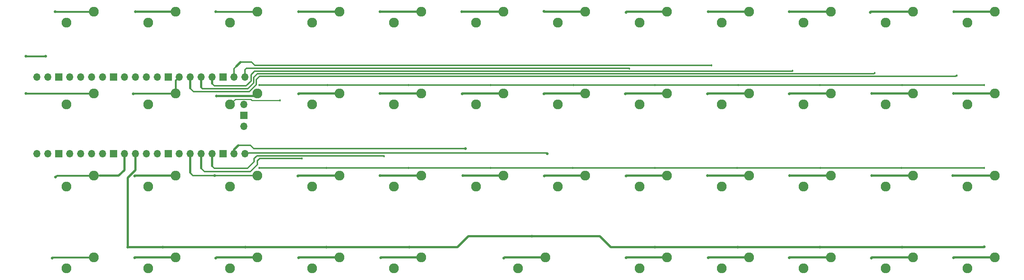
<source format=gbr>
%TF.GenerationSoftware,KiCad,Pcbnew,(6.0.11)*%
%TF.CreationDate,2023-04-14T22:13:07-06:00*%
%TF.ProjectId,JL Planck,4a4c2050-6c61-46e6-936b-2e6b69636164,rev?*%
%TF.SameCoordinates,Original*%
%TF.FileFunction,Copper,L1,Top*%
%TF.FilePolarity,Positive*%
%FSLAX46Y46*%
G04 Gerber Fmt 4.6, Leading zero omitted, Abs format (unit mm)*
G04 Created by KiCad (PCBNEW (6.0.11)) date 2023-04-14 22:13:07*
%MOMM*%
%LPD*%
G01*
G04 APERTURE LIST*
%TA.AperFunction,ComponentPad*%
%ADD10C,2.286000*%
%TD*%
%TA.AperFunction,ComponentPad*%
%ADD11O,1.700000X1.700000*%
%TD*%
%TA.AperFunction,ComponentPad*%
%ADD12R,1.700000X1.700000*%
%TD*%
%TA.AperFunction,ViaPad*%
%ADD13C,0.457200*%
%TD*%
%TA.AperFunction,ViaPad*%
%ADD14C,0.635000*%
%TD*%
%TA.AperFunction,Conductor*%
%ADD15C,0.304800*%
%TD*%
%TA.AperFunction,Conductor*%
%ADD16C,0.254000*%
%TD*%
%TA.AperFunction,Conductor*%
%ADD17C,0.508000*%
%TD*%
%TA.AperFunction,Conductor*%
%ADD18C,0.381000*%
%TD*%
G04 APERTURE END LIST*
D10*
%TO.P,SW26,2,2*%
%TO.N,Net-(D26-Pad2)*%
X84466681Y-96909249D03*
%TO.P,SW26,1,1*%
%TO.N,COL1*%
X90816681Y-94369249D03*
%TD*%
%TO.P,SW25,2,2*%
%TO.N,Net-(D25-Pad2)*%
X65466681Y-96909249D03*
%TO.P,SW25,1,1*%
%TO.N,COL0*%
X71816681Y-94369249D03*
%TD*%
%TO.P,SW18,2,2*%
%TO.N,Net-(D18-Pad2)*%
X160466681Y-77909249D03*
%TO.P,SW18,1,1*%
%TO.N,COL5*%
X166816681Y-75369249D03*
%TD*%
%TO.P,SW44,2,2*%
%TO.N,Net-(D44-Pad2)*%
X217466681Y-115909249D03*
%TO.P,SW44,1,1*%
%TO.N,COL8*%
X223816681Y-113369249D03*
%TD*%
%TO.P,SW14,1,1*%
%TO.N,COL1*%
X90816681Y-75369249D03*
%TO.P,SW14,2,2*%
%TO.N,Net-(D14-Pad2)*%
X84466681Y-77909249D03*
%TD*%
%TO.P,SW29,2,2*%
%TO.N,Net-(D29-Pad2)*%
X141466681Y-96909249D03*
%TO.P,SW29,1,1*%
%TO.N,COL4*%
X147816681Y-94369249D03*
%TD*%
%TO.P,SW20,2,2*%
%TO.N,Net-(D20-Pad2)*%
X198466681Y-77909249D03*
%TO.P,SW20,1,1*%
%TO.N,COL7*%
X204816681Y-75369249D03*
%TD*%
%TO.P,SW23,2,2*%
%TO.N,Net-(D23-Pad2)*%
X255466681Y-77909249D03*
%TO.P,SW23,1,1*%
%TO.N,COL10*%
X261816681Y-75369249D03*
%TD*%
%TO.P,SW16,2,2*%
%TO.N,Net-(D16-Pad2)*%
X122466681Y-77909249D03*
%TO.P,SW16,1,1*%
%TO.N,COL3*%
X128816681Y-75369249D03*
%TD*%
%TO.P,SW30,2,2*%
%TO.N,Net-(D30-Pad2)*%
X160466681Y-96909249D03*
%TO.P,SW30,1,1*%
%TO.N,COL5*%
X166816681Y-94369249D03*
%TD*%
%TO.P,SW36,2,2*%
%TO.N,Net-(D36-Pad2)*%
X274466681Y-96909249D03*
%TO.P,SW36,1,1*%
%TO.N,COL11*%
X280816681Y-94369249D03*
%TD*%
%TO.P,SW42,2,2*%
%TO.N,Net-(D42-Pad2)*%
X170241681Y-115909249D03*
%TO.P,SW42,1,1*%
%TO.N,COL6*%
X176591681Y-113369249D03*
%TD*%
%TO.P,SW8,2,2*%
%TO.N,Net-(D8-Pad2)*%
X198466681Y-58909249D03*
%TO.P,SW8,1,1*%
%TO.N,COL7*%
X204816681Y-56369249D03*
%TD*%
%TO.P,SW37,2,2*%
%TO.N,Net-(D37-Pad2)*%
X65466681Y-115909249D03*
%TO.P,SW37,1,1*%
%TO.N,COL0*%
X71816681Y-113369249D03*
%TD*%
%TO.P,SW39,2,2*%
%TO.N,Net-(D39-Pad2)*%
X103466681Y-115909249D03*
%TO.P,SW39,1,1*%
%TO.N,COL2*%
X109816681Y-113369249D03*
%TD*%
%TO.P,SW34,2,2*%
%TO.N,Net-(D34-Pad2)*%
X236466681Y-96909249D03*
%TO.P,SW34,1,1*%
%TO.N,COL9*%
X242816681Y-94369249D03*
%TD*%
%TO.P,SW31,2,2*%
%TO.N,Net-(D31-Pad2)*%
X179466681Y-96909249D03*
%TO.P,SW31,1,1*%
%TO.N,COL6*%
X185816681Y-94369249D03*
%TD*%
%TO.P,SW40,2,2*%
%TO.N,Net-(D40-Pad2)*%
X122466681Y-115909249D03*
%TO.P,SW40,1,1*%
%TO.N,COL3*%
X128816681Y-113369249D03*
%TD*%
%TO.P,SW35,2,2*%
%TO.N,Net-(D35-Pad2)*%
X255466681Y-96909249D03*
%TO.P,SW35,1,1*%
%TO.N,COL10*%
X261816681Y-94369249D03*
%TD*%
%TO.P,SW38,2,2*%
%TO.N,Net-(D38-Pad2)*%
X84466681Y-115909249D03*
%TO.P,SW38,1,1*%
%TO.N,COL1*%
X90816681Y-113369249D03*
%TD*%
%TO.P,SW10,2,2*%
%TO.N,Net-(D10-Pad2)*%
X236466681Y-58909249D03*
%TO.P,SW10,1,1*%
%TO.N,COL9*%
X242816681Y-56369249D03*
%TD*%
%TO.P,SW12,2,2*%
%TO.N,Net-(D12-Pad2)*%
X274466681Y-58909249D03*
%TO.P,SW12,1,1*%
%TO.N,COL11*%
X280816681Y-56369249D03*
%TD*%
%TO.P,SW22,2,2*%
%TO.N,Net-(D22-Pad2)*%
X236466681Y-77909249D03*
%TO.P,SW22,1,1*%
%TO.N,COL9*%
X242816681Y-75369249D03*
%TD*%
%TO.P,SW6,2,2*%
%TO.N,Net-(D6-Pad2)*%
X160466681Y-58909249D03*
%TO.P,SW6,1,1*%
%TO.N,COL5*%
X166816681Y-56369249D03*
%TD*%
%TO.P,SW41,2,2*%
%TO.N,Net-(D41-Pad2)*%
X141466681Y-115909249D03*
%TO.P,SW41,1,1*%
%TO.N,COL4*%
X147816681Y-113369249D03*
%TD*%
%TO.P,SW15,2,2*%
%TO.N,Net-(D15-Pad2)*%
X103466681Y-77909249D03*
%TO.P,SW15,1,1*%
%TO.N,COL2*%
X109816681Y-75369249D03*
%TD*%
%TO.P,SW1,2,2*%
%TO.N,Net-(D1-Pad2)*%
X65466681Y-58909249D03*
%TO.P,SW1,1,1*%
%TO.N,COL0*%
X71816681Y-56369249D03*
%TD*%
%TO.P,SW13,2,2*%
%TO.N,Net-(D13-Pad2)*%
X65466681Y-77909249D03*
%TO.P,SW13,1,1*%
%TO.N,COL0*%
X71816681Y-75369249D03*
%TD*%
%TO.P,SW24,2,2*%
%TO.N,Net-(D24-Pad2)*%
X274466681Y-77909249D03*
%TO.P,SW24,1,1*%
%TO.N,COL11*%
X280816681Y-75369249D03*
%TD*%
%TO.P,SW17,2,2*%
%TO.N,Net-(D17-Pad2)*%
X141466681Y-77909249D03*
%TO.P,SW17,1,1*%
%TO.N,COL4*%
X147816681Y-75369249D03*
%TD*%
%TO.P,SW32,2,2*%
%TO.N,Net-(D32-Pad2)*%
X198466681Y-96909249D03*
%TO.P,SW32,1,1*%
%TO.N,COL7*%
X204816681Y-94369249D03*
%TD*%
%TO.P,SW7,2,2*%
%TO.N,Net-(D7-Pad2)*%
X179466681Y-58909249D03*
%TO.P,SW7,1,1*%
%TO.N,COL6*%
X185816681Y-56369249D03*
%TD*%
%TO.P,SW3,2,2*%
%TO.N,Net-(D3-Pad2)*%
X103466681Y-58909249D03*
%TO.P,SW3,1,1*%
%TO.N,COL2*%
X109816681Y-56369249D03*
%TD*%
%TO.P,SW27,2,2*%
%TO.N,Net-(D27-Pad2)*%
X103466681Y-96909249D03*
%TO.P,SW27,1,1*%
%TO.N,COL2*%
X109816681Y-94369249D03*
%TD*%
%TO.P,SW21,2,2*%
%TO.N,Net-(D21-Pad2)*%
X217466681Y-77909249D03*
%TO.P,SW21,1,1*%
%TO.N,COL8*%
X223816681Y-75369249D03*
%TD*%
%TO.P,SW5,2,2*%
%TO.N,Net-(D5-Pad2)*%
X141466681Y-58909249D03*
%TO.P,SW5,1,1*%
%TO.N,COL4*%
X147816681Y-56369249D03*
%TD*%
%TO.P,SW28,2,2*%
%TO.N,Net-(D28-Pad2)*%
X122466681Y-96909249D03*
%TO.P,SW28,1,1*%
%TO.N,COL3*%
X128816681Y-94369249D03*
%TD*%
%TO.P,SW19,2,2*%
%TO.N,Net-(D19-Pad2)*%
X179466681Y-77909249D03*
%TO.P,SW19,1,1*%
%TO.N,COL6*%
X185816681Y-75369249D03*
%TD*%
%TO.P,SW43,2,2*%
%TO.N,Net-(D43-Pad2)*%
X198466681Y-115909249D03*
%TO.P,SW43,1,1*%
%TO.N,COL7*%
X204816681Y-113369249D03*
%TD*%
%TO.P,SW46,2,2*%
%TO.N,Net-(D46-Pad2)*%
X255466681Y-115909249D03*
%TO.P,SW46,1,1*%
%TO.N,COL10*%
X261816681Y-113369249D03*
%TD*%
%TO.P,SW47,2,2*%
%TO.N,Net-(D47-Pad2)*%
X274466681Y-115909249D03*
%TO.P,SW47,1,1*%
%TO.N,COL11*%
X280816681Y-113369249D03*
%TD*%
%TO.P,SW33,2,2*%
%TO.N,Net-(D33-Pad2)*%
X217466681Y-96909249D03*
%TO.P,SW33,1,1*%
%TO.N,COL8*%
X223816681Y-94369249D03*
%TD*%
%TO.P,SW45,2,2*%
%TO.N,Net-(D45-Pad2)*%
X236466681Y-115909249D03*
%TO.P,SW45,1,1*%
%TO.N,COL9*%
X242816681Y-113369249D03*
%TD*%
%TO.P,SW9,2,2*%
%TO.N,Net-(D9-Pad2)*%
X217466681Y-58909249D03*
%TO.P,SW9,1,1*%
%TO.N,COL8*%
X223816681Y-56369249D03*
%TD*%
%TO.P,SW4,2,2*%
%TO.N,Net-(D4-Pad2)*%
X122466681Y-58909249D03*
%TO.P,SW4,1,1*%
%TO.N,COL3*%
X128816681Y-56369249D03*
%TD*%
%TO.P,SW2,2,2*%
%TO.N,Net-(D2-Pad2)*%
X84466681Y-58909249D03*
%TO.P,SW2,1,1*%
%TO.N,COL1*%
X90816681Y-56369249D03*
%TD*%
%TO.P,SW11,2,2*%
%TO.N,Net-(D11-Pad2)*%
X255466681Y-58909249D03*
%TO.P,SW11,1,1*%
%TO.N,COL10*%
X261816681Y-56369249D03*
%TD*%
D11*
%TO.P,U1,43,SWDIO*%
%TO.N,unconnected-(U1-Pad43)*%
X106638681Y-82912249D03*
D12*
%TO.P,U1,42,GND*%
%TO.N,unconnected-(U1-Pad42)*%
X106638681Y-80372249D03*
D11*
%TO.P,U1,41,SWCLK*%
%TO.N,unconnected-(U1-Pad41)*%
X106638681Y-77832249D03*
%TO.P,U1,40,VBUS*%
%TO.N,unconnected-(U1-Pad40)*%
X58608681Y-89262249D03*
%TO.P,U1,39,VSYS*%
%TO.N,unconnected-(U1-Pad39)*%
X61148681Y-89262249D03*
D12*
%TO.P,U1,38,GND*%
%TO.N,unconnected-(U1-Pad38)*%
X63688681Y-89262249D03*
D11*
%TO.P,U1,37,3V3_EN*%
%TO.N,unconnected-(U1-Pad37)*%
X66228681Y-89262249D03*
%TO.P,U1,36,3V3*%
%TO.N,unconnected-(U1-Pad36)*%
X68768681Y-89262249D03*
%TO.P,U1,35,ADC_VREF*%
%TO.N,unconnected-(U1-Pad35)*%
X71308681Y-89262249D03*
%TO.P,U1,34,GPIO28_ADC2*%
%TO.N,ROW2*%
X73848681Y-89262249D03*
D12*
%TO.P,U1,33,AGND*%
%TO.N,unconnected-(U1-Pad33)*%
X76388681Y-89262249D03*
D11*
%TO.P,U1,32,GPIO27_ADC1*%
%TO.N,COL0*%
X78928681Y-89262249D03*
%TO.P,U1,31,GPIO26_ADC0*%
%TO.N,ROW3*%
X81468681Y-89262249D03*
%TO.P,U1,30,RUN*%
%TO.N,unconnected-(U1-Pad30)*%
X84008681Y-89262249D03*
%TO.P,U1,29,GPIO22*%
%TO.N,unconnected-(U1-Pad29)*%
X86548681Y-89262249D03*
D12*
%TO.P,U1,28,GND*%
%TO.N,unconnected-(U1-Pad28)*%
X89088681Y-89262249D03*
D11*
%TO.P,U1,27,GPIO21*%
%TO.N,unconnected-(U1-Pad27)*%
X91628681Y-89262249D03*
%TO.P,U1,26,GPIO20*%
%TO.N,COL2*%
X94168681Y-89262249D03*
%TO.P,U1,25,GPIO19*%
%TO.N,COL3*%
X96708681Y-89262249D03*
%TO.P,U1,24,GPIO18*%
%TO.N,COL4*%
X99248681Y-89262249D03*
D12*
%TO.P,U1,23,GND*%
%TO.N,unconnected-(U1-Pad23)*%
X101788681Y-89262249D03*
D11*
%TO.P,U1,22,GPIO17*%
%TO.N,COL5*%
X104328681Y-89262249D03*
%TO.P,U1,21,GPIO16*%
%TO.N,COL6*%
X106868681Y-89262249D03*
%TO.P,U1,20,GPIO15*%
%TO.N,COL7*%
X106868681Y-71482249D03*
%TO.P,U1,19,GPIO14*%
%TO.N,COL8*%
X104328681Y-71482249D03*
D12*
%TO.P,U1,18,GND*%
%TO.N,unconnected-(U1-Pad18)*%
X101788681Y-71482249D03*
D11*
%TO.P,U1,17,GPIO13*%
%TO.N,COL9*%
X99248681Y-71482249D03*
%TO.P,U1,16,GPIO12*%
%TO.N,COL10*%
X96708681Y-71482249D03*
%TO.P,U1,15,GPIO11*%
%TO.N,COL11*%
X94168681Y-71482249D03*
%TO.P,U1,14,GPIO10*%
%TO.N,COL1*%
X91628681Y-71482249D03*
D12*
%TO.P,U1,13,GND*%
%TO.N,unconnected-(U1-Pad13)*%
X89088681Y-71482249D03*
D11*
%TO.P,U1,12,GPIO9*%
%TO.N,unconnected-(U1-Pad12)*%
X86548681Y-71482249D03*
%TO.P,U1,11,GPIO8*%
%TO.N,unconnected-(U1-Pad11)*%
X84008681Y-71482249D03*
%TO.P,U1,10,GPIO7*%
%TO.N,unconnected-(U1-Pad10)*%
X81468681Y-71482249D03*
%TO.P,U1,9,GPIO6*%
%TO.N,unconnected-(U1-Pad9)*%
X78928681Y-71482249D03*
D12*
%TO.P,U1,8,GND*%
%TO.N,unconnected-(U1-Pad8)*%
X76388681Y-71482249D03*
D11*
%TO.P,U1,7,GPIO5*%
%TO.N,unconnected-(U1-Pad7)*%
X73848681Y-71482249D03*
%TO.P,U1,6,GPIO4*%
%TO.N,unconnected-(U1-Pad6)*%
X71308681Y-71482249D03*
%TO.P,U1,5,GPIO3*%
%TO.N,unconnected-(U1-Pad5)*%
X68768681Y-71482249D03*
%TO.P,U1,4,GPIO2*%
%TO.N,unconnected-(U1-Pad4)*%
X66228681Y-71482249D03*
D12*
%TO.P,U1,3,GND*%
%TO.N,unconnected-(U1-Pad3)*%
X63688681Y-71482249D03*
D11*
%TO.P,U1,2,GPIO1*%
%TO.N,ROW1*%
X61148681Y-71482249D03*
%TO.P,U1,1,GPIO0*%
%TO.N,ROW0*%
X58608681Y-71482249D03*
%TD*%
D13*
%TO.N,ROW1*%
X259268681Y-73387249D03*
X221295681Y-73387249D03*
X163891681Y-73387249D03*
X110170681Y-73387249D03*
X126045681Y-73387249D03*
X144841681Y-73387249D03*
X278318681Y-73387249D03*
X183068681Y-73387249D03*
X201991681Y-73387249D03*
X240218681Y-73387249D03*
%TO.N,Net-(D15-Pad2)*%
X114996681Y-76943249D03*
%TO.N,ROW2*%
X278318681Y-92564249D03*
X221041681Y-92564249D03*
X259141681Y-92564249D03*
X182941681Y-92564249D03*
X163891681Y-92564249D03*
X125791681Y-92564249D03*
X144841681Y-92564249D03*
X240345681Y-92564249D03*
X201991681Y-92564249D03*
X110170681Y-92564249D03*
D14*
%TO.N,ROW3*%
X221168681Y-110979249D03*
X173416681Y-108439249D03*
X125791681Y-110979249D03*
X240218681Y-110979249D03*
X201991681Y-110979249D03*
X278318681Y-110852249D03*
X79690681Y-110979249D03*
X259268681Y-110979249D03*
X144968681Y-110979249D03*
X87818681Y-110979249D03*
X106995681Y-110979249D03*
%TO.N,COL0*%
X62926681Y-94723249D03*
X60640681Y-66656249D03*
X62905280Y-56390650D03*
X62164681Y-113519249D03*
X56068681Y-66656249D03*
X56068681Y-75292249D03*
%TO.N,COL1*%
X80960681Y-75419249D03*
X81468681Y-56369249D03*
X81341681Y-113392249D03*
X81341681Y-94469249D03*
%TO.N,COL2*%
X100264681Y-75927249D03*
X100137681Y-113519249D03*
X99910681Y-94369249D03*
X100137681Y-56369249D03*
%TO.N,COL3*%
X119314681Y-56369249D03*
X119314681Y-113392249D03*
X119314681Y-75419249D03*
D13*
X120076681Y-90405249D03*
D14*
X119187681Y-94469249D03*
D13*
%TO.N,COL4*%
X139126681Y-89897249D03*
D14*
X138364681Y-113392249D03*
X138237681Y-94342249D03*
X138237681Y-56369249D03*
X138237681Y-75292249D03*
%TO.N,COL5*%
X157160681Y-56369249D03*
X158049681Y-88119249D03*
X157414681Y-94342249D03*
X157287681Y-75419249D03*
%TO.N,COL6*%
X176972681Y-89262249D03*
X176210681Y-56242249D03*
X166939681Y-113519249D03*
X176210681Y-75419249D03*
X176337681Y-94469249D03*
D13*
%TO.N,COL7*%
X196022681Y-69577249D03*
D14*
X195260681Y-113392249D03*
X195260681Y-56496249D03*
X195260681Y-94469249D03*
X195133681Y-75419249D03*
%TO.N,COL8*%
X214183681Y-94342249D03*
D13*
X215072681Y-68815249D03*
D14*
X214183681Y-75419249D03*
X214310681Y-113392249D03*
X214310681Y-56369249D03*
%TO.N,COL9*%
X233233681Y-94342249D03*
X233106681Y-113392249D03*
D13*
X233868681Y-70085249D03*
D14*
X233106681Y-56369249D03*
X233106681Y-75419249D03*
%TO.N,COL10*%
X252283681Y-94342249D03*
X251902681Y-56496249D03*
D13*
X252918681Y-70593249D03*
D14*
X252283681Y-75292249D03*
X252156681Y-113519249D03*
%TO.N,COL11*%
X271333681Y-56369249D03*
X271206681Y-75292249D03*
X271206681Y-113392249D03*
X271079681Y-94342249D03*
D13*
X271986681Y-71210249D03*
%TD*%
D15*
%TO.N,ROW1*%
X126045681Y-73387249D02*
X144841681Y-73387249D01*
X221295681Y-73387249D02*
X240218681Y-73387249D01*
X201991681Y-73387249D02*
X221295681Y-73387249D01*
X259268681Y-73387249D02*
X278318681Y-73387249D01*
X110170681Y-73387249D02*
X126045681Y-73387249D01*
X144841681Y-73387249D02*
X163891681Y-73387249D01*
X240218681Y-73387249D02*
X259268681Y-73387249D01*
X163891681Y-73387249D02*
X183068681Y-73387249D01*
X183068681Y-73387249D02*
X201991681Y-73387249D01*
D16*
%TO.N,Net-(D15-Pad2)*%
X108519681Y-76943249D02*
X114996681Y-76943249D01*
X103466681Y-77909249D02*
X104720681Y-76655249D01*
X108231681Y-76655249D02*
X108519681Y-76943249D01*
X104720681Y-76655249D02*
X108231681Y-76655249D01*
D15*
%TO.N,ROW2*%
X182941681Y-92564249D02*
X201991681Y-92564249D01*
X240345681Y-92564249D02*
X259141681Y-92564249D01*
X201991681Y-92564249D02*
X221041681Y-92564249D01*
X221041681Y-92564249D02*
X240345681Y-92564249D01*
X259141681Y-92564249D02*
X278318681Y-92564249D01*
X163891681Y-92564249D02*
X182941681Y-92564249D01*
X110170681Y-92564249D02*
X125791681Y-92564249D01*
X144841681Y-92564249D02*
X163891681Y-92564249D01*
X125791681Y-92564249D02*
X144841681Y-92564249D01*
D17*
%TO.N,ROW3*%
X173416681Y-108439249D02*
X189164681Y-108439249D01*
X221168681Y-110979249D02*
X240218681Y-110979249D01*
X87818681Y-110979249D02*
X106995681Y-110979249D01*
X278191681Y-110979249D02*
X278318681Y-110852249D01*
X125791681Y-110979249D02*
X144968681Y-110979249D01*
X81468681Y-93072249D02*
X79690681Y-94850249D01*
X189164681Y-108439249D02*
X191704681Y-110979249D01*
X81468681Y-89262249D02*
X81468681Y-93072249D01*
X144968681Y-110979249D02*
X156144681Y-110979249D01*
X240218681Y-110979249D02*
X259268681Y-110979249D01*
X79690681Y-110979249D02*
X87818681Y-110979249D01*
X191704681Y-110979249D02*
X201991681Y-110979249D01*
X79690681Y-94850249D02*
X79690681Y-110979249D01*
X158684681Y-108439249D02*
X173416681Y-108439249D01*
X156144681Y-110979249D02*
X158684681Y-108439249D01*
X259268681Y-110979249D02*
X278191681Y-110979249D01*
X201991681Y-110979249D02*
X221168681Y-110979249D01*
X106995681Y-110979249D02*
X125791681Y-110979249D01*
%TO.N,COL0*%
X78928681Y-93072249D02*
X78928681Y-89262249D01*
D18*
X62926681Y-56369249D02*
X62905280Y-56390650D01*
X56068681Y-66656249D02*
X60640681Y-66656249D01*
X71816681Y-113369249D02*
X62314681Y-113369249D01*
D15*
X71816681Y-94369249D02*
X73186681Y-94369249D01*
D17*
X77631681Y-94369249D02*
X78928681Y-93072249D01*
D18*
X62314681Y-113369249D02*
X62164681Y-113519249D01*
X71816681Y-75369249D02*
X56145681Y-75369249D01*
X62926681Y-94723249D02*
X63280681Y-94369249D01*
X56145681Y-75369249D02*
X56068681Y-75292249D01*
X71816681Y-56369249D02*
X63815681Y-56369249D01*
D17*
X73186681Y-94369249D02*
X77631681Y-94369249D01*
D18*
X63280681Y-94369249D02*
X71816681Y-94369249D01*
X63815681Y-56369249D02*
X62926681Y-56369249D01*
D17*
%TO.N,COL1*%
X81364681Y-113369249D02*
X81341681Y-113392249D01*
X90816681Y-56369249D02*
X81468681Y-56369249D01*
D18*
X81010681Y-75369249D02*
X80960681Y-75419249D01*
D17*
X90816681Y-113369249D02*
X81364681Y-113369249D01*
X81441681Y-94369249D02*
X81341681Y-94469249D01*
D18*
X90816681Y-75369249D02*
X90816681Y-72294249D01*
X90816681Y-75369249D02*
X81010681Y-75369249D01*
X90816681Y-72294249D02*
X91628681Y-71482249D01*
D17*
X90816681Y-94369249D02*
X81441681Y-94369249D01*
%TO.N,COL2*%
X109281681Y-75927249D02*
X100264681Y-75927249D01*
D15*
X99910681Y-94369249D02*
X109816681Y-94369249D01*
X94830681Y-94369249D02*
X99910681Y-94369249D01*
D17*
X109816681Y-75369249D02*
X109816681Y-75392249D01*
X109816681Y-75392249D02*
X109408681Y-75800249D01*
X94168681Y-89262249D02*
X94168681Y-93707249D01*
X109408681Y-75800249D02*
X109281681Y-75927249D01*
X109816681Y-113369249D02*
X100287681Y-113369249D01*
D18*
X109816681Y-56369249D02*
X100137681Y-56369249D01*
D17*
X100287681Y-113369249D02*
X100137681Y-113519249D01*
D15*
X94168681Y-93707249D02*
X94830681Y-94369249D01*
%TO.N,COL3*%
X110170681Y-90532249D02*
X110297681Y-90405249D01*
X114742681Y-90405249D02*
X120076681Y-90405249D01*
D17*
X119337681Y-113369249D02*
X119314681Y-113392249D01*
X128816681Y-75369249D02*
X119364681Y-75369249D01*
D15*
X109789681Y-91802249D02*
X109789681Y-90913249D01*
X109789681Y-91802249D02*
X108138681Y-93453249D01*
D17*
X119287681Y-94369249D02*
X119187681Y-94469249D01*
D15*
X110297681Y-90405249D02*
X114742681Y-90405249D01*
D17*
X128816681Y-113369249D02*
X119337681Y-113369249D01*
X128816681Y-56369249D02*
X119314681Y-56369249D01*
X128816681Y-94369249D02*
X119287681Y-94369249D01*
X96708681Y-92691249D02*
X96708681Y-89262249D01*
D15*
X108138681Y-93453249D02*
X97470681Y-93453249D01*
D17*
X119364681Y-75369249D02*
X119314681Y-75419249D01*
D15*
X109789681Y-90913249D02*
X110170681Y-90532249D01*
X97470681Y-93453249D02*
X96708681Y-92691249D01*
%TO.N,COL4*%
X109662681Y-89770249D02*
X138999681Y-89770249D01*
X99756681Y-92691249D02*
X107503681Y-92691249D01*
D17*
X147816681Y-113369249D02*
X138387681Y-113369249D01*
D15*
X109027681Y-91167249D02*
X109027681Y-90405249D01*
D17*
X99248681Y-89262249D02*
X99248681Y-92183249D01*
X138264681Y-94369249D02*
X138237681Y-94342249D01*
D15*
X99248681Y-92183249D02*
X99756681Y-92691249D01*
D17*
X147816681Y-94369249D02*
X138264681Y-94369249D01*
D15*
X107503681Y-92691249D02*
X109027681Y-91167249D01*
X138999681Y-89770249D02*
X139126681Y-89897249D01*
D17*
X147816681Y-56369249D02*
X138237681Y-56369249D01*
D15*
X148016681Y-94169249D02*
X147816681Y-94369249D01*
D17*
X138314681Y-75369249D02*
X138237681Y-75292249D01*
X147816681Y-75369249D02*
X138314681Y-75369249D01*
X138387681Y-113369249D02*
X138364681Y-113392249D01*
D15*
X109027681Y-90405249D02*
X109662681Y-89770249D01*
D17*
%TO.N,COL5*%
X166816681Y-75369249D02*
X157337681Y-75369249D01*
X104328681Y-88373249D02*
X105344681Y-87357249D01*
X104328681Y-89262249D02*
X104328681Y-88373249D01*
X166816681Y-94369249D02*
X157441681Y-94369249D01*
X157337681Y-75369249D02*
X157287681Y-75419249D01*
D15*
X108138681Y-87357249D02*
X108900681Y-88119249D01*
D17*
X157441681Y-94369249D02*
X157414681Y-94342249D01*
D15*
X105344681Y-87357249D02*
X108138681Y-87357249D01*
D17*
X166816681Y-56369249D02*
X157160681Y-56369249D01*
D15*
X108900681Y-88119249D02*
X158049681Y-88119249D01*
D17*
%TO.N,COL6*%
X176591681Y-113369249D02*
X167089681Y-113369249D01*
X185816681Y-75369249D02*
X176260681Y-75369249D01*
D15*
X106868681Y-89262249D02*
X106995681Y-89135249D01*
D17*
X167089681Y-113369249D02*
X166939681Y-113519249D01*
X176337681Y-56369249D02*
X176210681Y-56242249D01*
X185816681Y-94369249D02*
X176437681Y-94369249D01*
D15*
X176845681Y-89135249D02*
X176972681Y-89262249D01*
X106995681Y-89135249D02*
X176845681Y-89135249D01*
D17*
X176260681Y-75369249D02*
X176210681Y-75419249D01*
X185816681Y-56369249D02*
X176337681Y-56369249D01*
X176437681Y-94369249D02*
X176337681Y-94469249D01*
%TO.N,COL7*%
X204816681Y-56369249D02*
X195387681Y-56369249D01*
D15*
X106868681Y-71482249D02*
X106868681Y-69831249D01*
D17*
X204816681Y-75369249D02*
X195183681Y-75369249D01*
X195360681Y-94369249D02*
X195260681Y-94469249D01*
X204816681Y-113369249D02*
X195283681Y-113369249D01*
D15*
X195895681Y-69450249D02*
X196022681Y-69577249D01*
X106868681Y-69831249D02*
X107249681Y-69450249D01*
D17*
X204816681Y-94369249D02*
X195360681Y-94369249D01*
X195387681Y-56369249D02*
X195260681Y-56496249D01*
X195283681Y-113369249D02*
X195260681Y-113392249D01*
X195183681Y-75369249D02*
X195133681Y-75419249D01*
D15*
X107249681Y-69450249D02*
X195895681Y-69450249D01*
X106868681Y-71482249D02*
X107503681Y-71482249D01*
D17*
%TO.N,COL8*%
X214210681Y-94369249D02*
X214183681Y-94342249D01*
X223816681Y-56369249D02*
X214310681Y-56369249D01*
D15*
X104328681Y-71482249D02*
X104328681Y-69577249D01*
D17*
X223816681Y-75369249D02*
X214233681Y-75369249D01*
X223816681Y-113369249D02*
X214333681Y-113369249D01*
D15*
X104328681Y-69577249D02*
X104836681Y-69069249D01*
D17*
X214333681Y-113369249D02*
X214310681Y-113392249D01*
D15*
X104836681Y-69069249D02*
X104887083Y-69069249D01*
D17*
X223816681Y-94369249D02*
X214210681Y-94369249D01*
D15*
X108392681Y-68053249D02*
X109154681Y-68815249D01*
D17*
X214233681Y-75369249D02*
X214183681Y-75419249D01*
X104887083Y-69069249D02*
X105903083Y-68053249D01*
D15*
X109154681Y-68815249D02*
X215072681Y-68815249D01*
X105903083Y-68053249D02*
X108392681Y-68053249D01*
%TO.N,COL9*%
X109145981Y-70170149D02*
X233783781Y-70170149D01*
D17*
X233156681Y-75369249D02*
X233106681Y-75419249D01*
D15*
X99807481Y-73565049D02*
X107173481Y-73565049D01*
D17*
X99248681Y-71482249D02*
X99248681Y-73006249D01*
D15*
X108316481Y-72422049D02*
X108316481Y-70999649D01*
X107173481Y-73565049D02*
X108316481Y-72422049D01*
D17*
X242816681Y-56369249D02*
X233106681Y-56369249D01*
X242816681Y-113369249D02*
X233129681Y-113369249D01*
X233260681Y-94369249D02*
X233233681Y-94342249D01*
D15*
X108316481Y-70999649D02*
X109145981Y-70170149D01*
X99248681Y-73006249D02*
X99807481Y-73565049D01*
D17*
X242816681Y-94369249D02*
X233260681Y-94369249D01*
D15*
X233783781Y-70170149D02*
X233868681Y-70085249D01*
D17*
X242816681Y-75369249D02*
X233156681Y-75369249D01*
X233129681Y-113369249D02*
X233106681Y-113392249D01*
D15*
%TO.N,COL10*%
X96708681Y-73895249D02*
X97013481Y-74200049D01*
D17*
X252310681Y-94369249D02*
X252283681Y-94342249D01*
D15*
X108900681Y-71609249D02*
X109789681Y-70720249D01*
D17*
X261816681Y-56369249D02*
X252029681Y-56369249D01*
X252029681Y-56369249D02*
X251902681Y-56496249D01*
D15*
X109789681Y-70720249D02*
X252791681Y-70720249D01*
D17*
X96708681Y-71482249D02*
X96708681Y-73895249D01*
D15*
X108900681Y-72904649D02*
X108900681Y-71609249D01*
D17*
X261816681Y-94369249D02*
X252310681Y-94369249D01*
X261816681Y-113369249D02*
X252306681Y-113369249D01*
X252360681Y-75369249D02*
X252283681Y-75292249D01*
X252306681Y-113369249D02*
X252156681Y-113519249D01*
X261816681Y-75369249D02*
X252360681Y-75369249D01*
D15*
X97013481Y-74200049D02*
X107605281Y-74200049D01*
X252791681Y-70720249D02*
X252918681Y-70593249D01*
X107605281Y-74200049D02*
X108900681Y-72904649D01*
D17*
%TO.N,COL11*%
X280816681Y-113369249D02*
X271229681Y-113369249D01*
X271283681Y-75369249D02*
X271206681Y-75292249D01*
X280816681Y-94369249D02*
X271106681Y-94369249D01*
D15*
X271986681Y-71210249D02*
X271859681Y-71210249D01*
D17*
X271229681Y-113369249D02*
X271206681Y-113392249D01*
D15*
X271714681Y-71355249D02*
X110297681Y-71355249D01*
X107935481Y-74911249D02*
X94930681Y-74911249D01*
D17*
X94168681Y-74149249D02*
X94168681Y-71482249D01*
X280816681Y-75369249D02*
X271283681Y-75369249D01*
D15*
X271859681Y-71210249D02*
X271714681Y-71355249D01*
X109561081Y-73285649D02*
X107935481Y-74911249D01*
X110297681Y-71355249D02*
X109561081Y-72091849D01*
D17*
X280816681Y-56369249D02*
X271333681Y-56369249D01*
X271106681Y-94369249D02*
X271079681Y-94342249D01*
D15*
X94930681Y-74911249D02*
X94168681Y-74149249D01*
X109561081Y-72091849D02*
X109561081Y-73285649D01*
%TD*%
M02*

</source>
